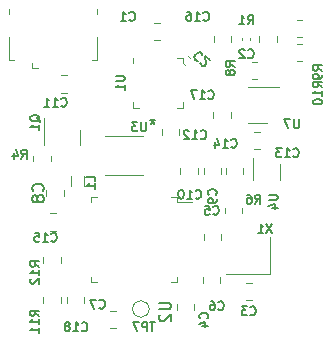
<source format=gbr>
%TF.GenerationSoftware,KiCad,Pcbnew,6.0.4-6f826c9f35~116~ubuntu20.04.1*%
%TF.CreationDate,2022-04-08T13:22:16+02:00*%
%TF.ProjectId,BACKUP_PROJECT,4241434b-5550-45f5-9052-4f4a4543542e,rev?*%
%TF.SameCoordinates,Original*%
%TF.FileFunction,Legend,Bot*%
%TF.FilePolarity,Positive*%
%FSLAX46Y46*%
G04 Gerber Fmt 4.6, Leading zero omitted, Abs format (unit mm)*
G04 Created by KiCad (PCBNEW 6.0.4-6f826c9f35~116~ubuntu20.04.1) date 2022-04-08 13:22:16*
%MOMM*%
%LPD*%
G01*
G04 APERTURE LIST*
%ADD10C,0.150000*%
%ADD11C,0.190500*%
%ADD12C,0.120000*%
G04 APERTURE END LIST*
D10*
%TO.C,C12*%
X145219057Y-77589742D02*
X145255342Y-77626028D01*
X145364200Y-77662314D01*
X145436771Y-77662314D01*
X145545628Y-77626028D01*
X145618200Y-77553457D01*
X145654485Y-77480885D01*
X145690771Y-77335742D01*
X145690771Y-77226885D01*
X145654485Y-77081742D01*
X145618200Y-77009171D01*
X145545628Y-76936600D01*
X145436771Y-76900314D01*
X145364200Y-76900314D01*
X145255342Y-76936600D01*
X145219057Y-76972885D01*
X144493342Y-77662314D02*
X144928771Y-77662314D01*
X144711057Y-77662314D02*
X144711057Y-76900314D01*
X144783628Y-77009171D01*
X144856200Y-77081742D01*
X144928771Y-77118028D01*
X144203057Y-76972885D02*
X144166771Y-76936600D01*
X144094200Y-76900314D01*
X143912771Y-76900314D01*
X143840200Y-76936600D01*
X143803914Y-76972885D01*
X143767628Y-77045457D01*
X143767628Y-77118028D01*
X143803914Y-77226885D01*
X144239342Y-77662314D01*
X143767628Y-77662314D01*
%TO.C,C7*%
X136652000Y-91940742D02*
X136688285Y-91977028D01*
X136797142Y-92013314D01*
X136869714Y-92013314D01*
X136978571Y-91977028D01*
X137051142Y-91904457D01*
X137087428Y-91831885D01*
X137123714Y-91686742D01*
X137123714Y-91577885D01*
X137087428Y-91432742D01*
X137051142Y-91360171D01*
X136978571Y-91287600D01*
X136869714Y-91251314D01*
X136797142Y-91251314D01*
X136688285Y-91287600D01*
X136652000Y-91323885D01*
X136398000Y-91251314D02*
X135890000Y-91251314D01*
X136216571Y-92013314D01*
%TO.C,U4*%
X150966714Y-82375828D02*
X151583571Y-82375828D01*
X151656142Y-82412114D01*
X151692428Y-82448400D01*
X151728714Y-82520971D01*
X151728714Y-82666114D01*
X151692428Y-82738685D01*
X151656142Y-82774971D01*
X151583571Y-82811257D01*
X150966714Y-82811257D01*
X151220714Y-83500685D02*
X151728714Y-83500685D01*
X150930428Y-83319257D02*
X151474714Y-83137828D01*
X151474714Y-83609542D01*
%TO.C,C2*%
X145365642Y-70550493D02*
X145361169Y-70499372D01*
X145301104Y-70401604D01*
X145245511Y-70354956D01*
X145138798Y-70312780D01*
X145036557Y-70321725D01*
X144962112Y-70353994D01*
X144841020Y-70441856D01*
X144771048Y-70525246D01*
X144705548Y-70659755D01*
X144686697Y-70738672D01*
X144695642Y-70840913D01*
X144755707Y-70938682D01*
X144811300Y-70985330D01*
X144918013Y-71027505D01*
X144969134Y-71023033D01*
X145191506Y-71209625D02*
X145195978Y-71260745D01*
X145228247Y-71335190D01*
X145367229Y-71451810D01*
X145446146Y-71470662D01*
X145497267Y-71466189D01*
X145571711Y-71433920D01*
X145618359Y-71378327D01*
X145660535Y-71271614D01*
X145606865Y-70658168D01*
X145968219Y-70961380D01*
%TO.C,C10*%
X144787257Y-82644342D02*
X144823542Y-82680628D01*
X144932400Y-82716914D01*
X145004971Y-82716914D01*
X145113828Y-82680628D01*
X145186400Y-82608057D01*
X145222685Y-82535485D01*
X145258971Y-82390342D01*
X145258971Y-82281485D01*
X145222685Y-82136342D01*
X145186400Y-82063771D01*
X145113828Y-81991200D01*
X145004971Y-81954914D01*
X144932400Y-81954914D01*
X144823542Y-81991200D01*
X144787257Y-82027485D01*
X144061542Y-82716914D02*
X144496971Y-82716914D01*
X144279257Y-82716914D02*
X144279257Y-81954914D01*
X144351828Y-82063771D01*
X144424400Y-82136342D01*
X144496971Y-82172628D01*
X143589828Y-81954914D02*
X143517257Y-81954914D01*
X143444685Y-81991200D01*
X143408400Y-82027485D01*
X143372114Y-82100057D01*
X143335828Y-82245200D01*
X143335828Y-82426628D01*
X143372114Y-82571771D01*
X143408400Y-82644342D01*
X143444685Y-82680628D01*
X143517257Y-82716914D01*
X143589828Y-82716914D01*
X143662400Y-82680628D01*
X143698685Y-82644342D01*
X143734971Y-82571771D01*
X143771257Y-82426628D01*
X143771257Y-82245200D01*
X143734971Y-82100057D01*
X143698685Y-82027485D01*
X143662400Y-81991200D01*
X143589828Y-81954914D01*
%TO.C,R9*%
X155487914Y-71856600D02*
X155125057Y-71602600D01*
X155487914Y-71421171D02*
X154725914Y-71421171D01*
X154725914Y-71711457D01*
X154762200Y-71784028D01*
X154798485Y-71820314D01*
X154871057Y-71856600D01*
X154979914Y-71856600D01*
X155052485Y-71820314D01*
X155088771Y-71784028D01*
X155125057Y-71711457D01*
X155125057Y-71421171D01*
X155487914Y-72219457D02*
X155487914Y-72364600D01*
X155451628Y-72437171D01*
X155415342Y-72473457D01*
X155306485Y-72546028D01*
X155161342Y-72582314D01*
X154871057Y-72582314D01*
X154798485Y-72546028D01*
X154762200Y-72509742D01*
X154725914Y-72437171D01*
X154725914Y-72292028D01*
X154762200Y-72219457D01*
X154798485Y-72183171D01*
X154871057Y-72146885D01*
X155052485Y-72146885D01*
X155125057Y-72183171D01*
X155161342Y-72219457D01*
X155197628Y-72292028D01*
X155197628Y-72437171D01*
X155161342Y-72509742D01*
X155125057Y-72546028D01*
X155052485Y-72582314D01*
%TO.C,C13*%
X153042257Y-79113742D02*
X153078542Y-79150028D01*
X153187400Y-79186314D01*
X153259971Y-79186314D01*
X153368828Y-79150028D01*
X153441400Y-79077457D01*
X153477685Y-79004885D01*
X153513971Y-78859742D01*
X153513971Y-78750885D01*
X153477685Y-78605742D01*
X153441400Y-78533171D01*
X153368828Y-78460600D01*
X153259971Y-78424314D01*
X153187400Y-78424314D01*
X153078542Y-78460600D01*
X153042257Y-78496885D01*
X152316542Y-79186314D02*
X152751971Y-79186314D01*
X152534257Y-79186314D02*
X152534257Y-78424314D01*
X152606828Y-78533171D01*
X152679400Y-78605742D01*
X152751971Y-78642028D01*
X152062542Y-78424314D02*
X151590828Y-78424314D01*
X151844828Y-78714600D01*
X151735971Y-78714600D01*
X151663400Y-78750885D01*
X151627114Y-78787171D01*
X151590828Y-78859742D01*
X151590828Y-79041171D01*
X151627114Y-79113742D01*
X151663400Y-79150028D01*
X151735971Y-79186314D01*
X151953685Y-79186314D01*
X152026257Y-79150028D01*
X152062542Y-79113742D01*
%TO.C,C6*%
X146710400Y-92067742D02*
X146746685Y-92104028D01*
X146855542Y-92140314D01*
X146928114Y-92140314D01*
X147036971Y-92104028D01*
X147109542Y-92031457D01*
X147145828Y-91958885D01*
X147182114Y-91813742D01*
X147182114Y-91704885D01*
X147145828Y-91559742D01*
X147109542Y-91487171D01*
X147036971Y-91414600D01*
X146928114Y-91378314D01*
X146855542Y-91378314D01*
X146746685Y-91414600D01*
X146710400Y-91450885D01*
X146057257Y-91378314D02*
X146202400Y-91378314D01*
X146274971Y-91414600D01*
X146311257Y-91450885D01*
X146383828Y-91559742D01*
X146420114Y-91704885D01*
X146420114Y-91995171D01*
X146383828Y-92067742D01*
X146347542Y-92104028D01*
X146274971Y-92140314D01*
X146129828Y-92140314D01*
X146057257Y-92104028D01*
X146020971Y-92067742D01*
X145984685Y-91995171D01*
X145984685Y-91813742D01*
X146020971Y-91741171D01*
X146057257Y-91704885D01*
X146129828Y-91668600D01*
X146274971Y-91668600D01*
X146347542Y-91704885D01*
X146383828Y-91741171D01*
X146420114Y-91813742D01*
%TO.C,U1*%
X138012714Y-72292028D02*
X138629571Y-72292028D01*
X138702142Y-72328314D01*
X138738428Y-72364600D01*
X138774714Y-72437171D01*
X138774714Y-72582314D01*
X138738428Y-72654885D01*
X138702142Y-72691171D01*
X138629571Y-72727457D01*
X138012714Y-72727457D01*
X138774714Y-73489457D02*
X138774714Y-73054028D01*
X138774714Y-73271742D02*
X138012714Y-73271742D01*
X138121571Y-73199171D01*
X138194142Y-73126600D01*
X138230428Y-73054028D01*
%TO.C,X1*%
X151264257Y-84850514D02*
X150756257Y-85612514D01*
X150756257Y-84850514D02*
X151264257Y-85612514D01*
X150066828Y-85612514D02*
X150502257Y-85612514D01*
X150284542Y-85612514D02*
X150284542Y-84850514D01*
X150357114Y-84959371D01*
X150429685Y-85031942D01*
X150502257Y-85068228D01*
%TO.C,R11*%
X131535714Y-92626542D02*
X131172857Y-92372542D01*
X131535714Y-92191114D02*
X130773714Y-92191114D01*
X130773714Y-92481400D01*
X130810000Y-92553971D01*
X130846285Y-92590257D01*
X130918857Y-92626542D01*
X131027714Y-92626542D01*
X131100285Y-92590257D01*
X131136571Y-92553971D01*
X131172857Y-92481400D01*
X131172857Y-92191114D01*
X131535714Y-93352257D02*
X131535714Y-92916828D01*
X131535714Y-93134542D02*
X130773714Y-93134542D01*
X130882571Y-93061971D01*
X130955142Y-92989400D01*
X130991428Y-92916828D01*
X131535714Y-94077971D02*
X131535714Y-93642542D01*
X131535714Y-93860257D02*
X130773714Y-93860257D01*
X130882571Y-93787685D01*
X130955142Y-93715114D01*
X130991428Y-93642542D01*
%TO.C,R12*%
X131561114Y-88460942D02*
X131198257Y-88206942D01*
X131561114Y-88025514D02*
X130799114Y-88025514D01*
X130799114Y-88315800D01*
X130835400Y-88388371D01*
X130871685Y-88424657D01*
X130944257Y-88460942D01*
X131053114Y-88460942D01*
X131125685Y-88424657D01*
X131161971Y-88388371D01*
X131198257Y-88315800D01*
X131198257Y-88025514D01*
X131561114Y-89186657D02*
X131561114Y-88751228D01*
X131561114Y-88968942D02*
X130799114Y-88968942D01*
X130907971Y-88896371D01*
X130980542Y-88823800D01*
X131016828Y-88751228D01*
X130871685Y-89476942D02*
X130835400Y-89513228D01*
X130799114Y-89585800D01*
X130799114Y-89767228D01*
X130835400Y-89839800D01*
X130871685Y-89876085D01*
X130944257Y-89912371D01*
X131016828Y-89912371D01*
X131125685Y-89876085D01*
X131561114Y-89440657D01*
X131561114Y-89912371D01*
%TO.C,TP7*%
X141347371Y-93181714D02*
X140911942Y-93181714D01*
X141129657Y-93943714D02*
X141129657Y-93181714D01*
X140657942Y-93943714D02*
X140657942Y-93181714D01*
X140367657Y-93181714D01*
X140295085Y-93218000D01*
X140258800Y-93254285D01*
X140222514Y-93326857D01*
X140222514Y-93435714D01*
X140258800Y-93508285D01*
X140295085Y-93544571D01*
X140367657Y-93580857D01*
X140657942Y-93580857D01*
X139968514Y-93181714D02*
X139460514Y-93181714D01*
X139787085Y-93943714D01*
%TO.C,U2*%
X141692380Y-91516295D02*
X142501904Y-91516295D01*
X142597142Y-91563914D01*
X142644761Y-91611533D01*
X142692380Y-91706771D01*
X142692380Y-91897247D01*
X142644761Y-91992485D01*
X142597142Y-92040104D01*
X142501904Y-92087723D01*
X141692380Y-92087723D01*
X141787619Y-92516295D02*
X141740000Y-92563914D01*
X141692380Y-92659152D01*
X141692380Y-92897247D01*
X141740000Y-92992485D01*
X141787619Y-93040104D01*
X141882857Y-93087723D01*
X141978095Y-93087723D01*
X142120952Y-93040104D01*
X142692380Y-92468676D01*
X142692380Y-93087723D01*
D11*
%TO.C,C18*%
X135160657Y-93845742D02*
X135196942Y-93882028D01*
X135305800Y-93918314D01*
X135378371Y-93918314D01*
X135487228Y-93882028D01*
X135559800Y-93809457D01*
X135596085Y-93736885D01*
X135632371Y-93591742D01*
X135632371Y-93482885D01*
X135596085Y-93337742D01*
X135559800Y-93265171D01*
X135487228Y-93192600D01*
X135378371Y-93156314D01*
X135305800Y-93156314D01*
X135196942Y-93192600D01*
X135160657Y-93228885D01*
X134434942Y-93918314D02*
X134870371Y-93918314D01*
X134652657Y-93918314D02*
X134652657Y-93156314D01*
X134725228Y-93265171D01*
X134797800Y-93337742D01*
X134870371Y-93374028D01*
X133999514Y-93482885D02*
X134072085Y-93446600D01*
X134108371Y-93410314D01*
X134144657Y-93337742D01*
X134144657Y-93301457D01*
X134108371Y-93228885D01*
X134072085Y-93192600D01*
X133999514Y-93156314D01*
X133854371Y-93156314D01*
X133781800Y-93192600D01*
X133745514Y-93228885D01*
X133709228Y-93301457D01*
X133709228Y-93337742D01*
X133745514Y-93410314D01*
X133781800Y-93446600D01*
X133854371Y-93482885D01*
X133999514Y-93482885D01*
X134072085Y-93519171D01*
X134108371Y-93555457D01*
X134144657Y-93628028D01*
X134144657Y-93773171D01*
X134108371Y-93845742D01*
X134072085Y-93882028D01*
X133999514Y-93918314D01*
X133854371Y-93918314D01*
X133781800Y-93882028D01*
X133745514Y-93845742D01*
X133709228Y-93773171D01*
X133709228Y-93628028D01*
X133745514Y-93555457D01*
X133781800Y-93519171D01*
X133854371Y-93482885D01*
D10*
%TO.C,R6*%
X149834600Y-83123314D02*
X150088600Y-82760457D01*
X150270028Y-83123314D02*
X150270028Y-82361314D01*
X149979742Y-82361314D01*
X149907171Y-82397600D01*
X149870885Y-82433885D01*
X149834600Y-82506457D01*
X149834600Y-82615314D01*
X149870885Y-82687885D01*
X149907171Y-82724171D01*
X149979742Y-82760457D01*
X150270028Y-82760457D01*
X149181457Y-82361314D02*
X149326600Y-82361314D01*
X149399171Y-82397600D01*
X149435457Y-82433885D01*
X149508028Y-82542742D01*
X149544314Y-82687885D01*
X149544314Y-82978171D01*
X149508028Y-83050742D01*
X149471742Y-83087028D01*
X149399171Y-83123314D01*
X149254028Y-83123314D01*
X149181457Y-83087028D01*
X149145171Y-83050742D01*
X149108885Y-82978171D01*
X149108885Y-82796742D01*
X149145171Y-82724171D01*
X149181457Y-82687885D01*
X149254028Y-82651600D01*
X149399171Y-82651600D01*
X149471742Y-82687885D01*
X149508028Y-82724171D01*
X149544314Y-82796742D01*
%TO.C,C2*%
X149225000Y-70731742D02*
X149261285Y-70768028D01*
X149370142Y-70804314D01*
X149442714Y-70804314D01*
X149551571Y-70768028D01*
X149624142Y-70695457D01*
X149660428Y-70622885D01*
X149696714Y-70477742D01*
X149696714Y-70368885D01*
X149660428Y-70223742D01*
X149624142Y-70151171D01*
X149551571Y-70078600D01*
X149442714Y-70042314D01*
X149370142Y-70042314D01*
X149261285Y-70078600D01*
X149225000Y-70114885D01*
X148934714Y-70114885D02*
X148898428Y-70078600D01*
X148825857Y-70042314D01*
X148644428Y-70042314D01*
X148571857Y-70078600D01*
X148535571Y-70114885D01*
X148499285Y-70187457D01*
X148499285Y-70260028D01*
X148535571Y-70368885D01*
X148971000Y-70804314D01*
X148499285Y-70804314D01*
%TO.C,C8*%
X131852942Y-82053133D02*
X131900561Y-82005514D01*
X131948180Y-81862657D01*
X131948180Y-81767419D01*
X131900561Y-81624561D01*
X131805323Y-81529323D01*
X131710085Y-81481704D01*
X131519609Y-81434085D01*
X131376752Y-81434085D01*
X131186276Y-81481704D01*
X131091038Y-81529323D01*
X130995800Y-81624561D01*
X130948180Y-81767419D01*
X130948180Y-81862657D01*
X130995800Y-82005514D01*
X131043419Y-82053133D01*
X131376752Y-82624561D02*
X131329133Y-82529323D01*
X131281514Y-82481704D01*
X131186276Y-82434085D01*
X131138657Y-82434085D01*
X131043419Y-82481704D01*
X130995800Y-82529323D01*
X130948180Y-82624561D01*
X130948180Y-82815038D01*
X130995800Y-82910276D01*
X131043419Y-82957895D01*
X131138657Y-83005514D01*
X131186276Y-83005514D01*
X131281514Y-82957895D01*
X131329133Y-82910276D01*
X131376752Y-82815038D01*
X131376752Y-82624561D01*
X131424371Y-82529323D01*
X131471990Y-82481704D01*
X131567228Y-82434085D01*
X131757704Y-82434085D01*
X131852942Y-82481704D01*
X131900561Y-82529323D01*
X131948180Y-82624561D01*
X131948180Y-82815038D01*
X131900561Y-82910276D01*
X131852942Y-82957895D01*
X131757704Y-83005514D01*
X131567228Y-83005514D01*
X131471990Y-82957895D01*
X131424371Y-82910276D01*
X131376752Y-82815038D01*
%TO.C,C4*%
X145788742Y-92837000D02*
X145825028Y-92800714D01*
X145861314Y-92691857D01*
X145861314Y-92619285D01*
X145825028Y-92510428D01*
X145752457Y-92437857D01*
X145679885Y-92401571D01*
X145534742Y-92365285D01*
X145425885Y-92365285D01*
X145280742Y-92401571D01*
X145208171Y-92437857D01*
X145135600Y-92510428D01*
X145099314Y-92619285D01*
X145099314Y-92691857D01*
X145135600Y-92800714D01*
X145171885Y-92837000D01*
X145353314Y-93490142D02*
X145861314Y-93490142D01*
X145063028Y-93308714D02*
X145607314Y-93127285D01*
X145607314Y-93599000D01*
%TO.C,C3*%
X149402800Y-92524942D02*
X149439085Y-92561228D01*
X149547942Y-92597514D01*
X149620514Y-92597514D01*
X149729371Y-92561228D01*
X149801942Y-92488657D01*
X149838228Y-92416085D01*
X149874514Y-92270942D01*
X149874514Y-92162085D01*
X149838228Y-92016942D01*
X149801942Y-91944371D01*
X149729371Y-91871800D01*
X149620514Y-91835514D01*
X149547942Y-91835514D01*
X149439085Y-91871800D01*
X149402800Y-91908085D01*
X149148800Y-91835514D02*
X148677085Y-91835514D01*
X148931085Y-92125800D01*
X148822228Y-92125800D01*
X148749657Y-92162085D01*
X148713371Y-92198371D01*
X148677085Y-92270942D01*
X148677085Y-92452371D01*
X148713371Y-92524942D01*
X148749657Y-92561228D01*
X148822228Y-92597514D01*
X149039942Y-92597514D01*
X149112514Y-92561228D01*
X149148800Y-92524942D01*
%TO.C,C17*%
X145854057Y-74211542D02*
X145890342Y-74247828D01*
X145999200Y-74284114D01*
X146071771Y-74284114D01*
X146180628Y-74247828D01*
X146253200Y-74175257D01*
X146289485Y-74102685D01*
X146325771Y-73957542D01*
X146325771Y-73848685D01*
X146289485Y-73703542D01*
X146253200Y-73630971D01*
X146180628Y-73558400D01*
X146071771Y-73522114D01*
X145999200Y-73522114D01*
X145890342Y-73558400D01*
X145854057Y-73594685D01*
X145128342Y-74284114D02*
X145563771Y-74284114D01*
X145346057Y-74284114D02*
X145346057Y-73522114D01*
X145418628Y-73630971D01*
X145491200Y-73703542D01*
X145563771Y-73739828D01*
X144874342Y-73522114D02*
X144366342Y-73522114D01*
X144692914Y-74284114D01*
%TO.C,R10*%
X155487914Y-73271742D02*
X155125057Y-73017742D01*
X155487914Y-72836314D02*
X154725914Y-72836314D01*
X154725914Y-73126600D01*
X154762200Y-73199171D01*
X154798485Y-73235457D01*
X154871057Y-73271742D01*
X154979914Y-73271742D01*
X155052485Y-73235457D01*
X155088771Y-73199171D01*
X155125057Y-73126600D01*
X155125057Y-72836314D01*
X155487914Y-73997457D02*
X155487914Y-73562028D01*
X155487914Y-73779742D02*
X154725914Y-73779742D01*
X154834771Y-73707171D01*
X154907342Y-73634600D01*
X154943628Y-73562028D01*
X154725914Y-74469171D02*
X154725914Y-74541742D01*
X154762200Y-74614314D01*
X154798485Y-74650600D01*
X154871057Y-74686885D01*
X155016200Y-74723171D01*
X155197628Y-74723171D01*
X155342771Y-74686885D01*
X155415342Y-74650600D01*
X155451628Y-74614314D01*
X155487914Y-74541742D01*
X155487914Y-74469171D01*
X155451628Y-74396600D01*
X155415342Y-74360314D01*
X155342771Y-74324028D01*
X155197628Y-74287742D01*
X155016200Y-74287742D01*
X154871057Y-74324028D01*
X154798485Y-74360314D01*
X154762200Y-74396600D01*
X154725914Y-74469171D01*
%TO.C,C5*%
X146278600Y-83990542D02*
X146314885Y-84026828D01*
X146423742Y-84063114D01*
X146496314Y-84063114D01*
X146605171Y-84026828D01*
X146677742Y-83954257D01*
X146714028Y-83881685D01*
X146750314Y-83736542D01*
X146750314Y-83627685D01*
X146714028Y-83482542D01*
X146677742Y-83409971D01*
X146605171Y-83337400D01*
X146496314Y-83301114D01*
X146423742Y-83301114D01*
X146314885Y-83337400D01*
X146278600Y-83373685D01*
X145589171Y-83301114D02*
X145952028Y-83301114D01*
X145988314Y-83663971D01*
X145952028Y-83627685D01*
X145879457Y-83591400D01*
X145698028Y-83591400D01*
X145625457Y-83627685D01*
X145589171Y-83663971D01*
X145552885Y-83736542D01*
X145552885Y-83917971D01*
X145589171Y-83990542D01*
X145625457Y-84026828D01*
X145698028Y-84063114D01*
X145879457Y-84063114D01*
X145952028Y-84026828D01*
X145988314Y-83990542D01*
%TO.C,C15*%
X132569857Y-86276542D02*
X132606142Y-86312828D01*
X132715000Y-86349114D01*
X132787571Y-86349114D01*
X132896428Y-86312828D01*
X132969000Y-86240257D01*
X133005285Y-86167685D01*
X133041571Y-86022542D01*
X133041571Y-85913685D01*
X133005285Y-85768542D01*
X132969000Y-85695971D01*
X132896428Y-85623400D01*
X132787571Y-85587114D01*
X132715000Y-85587114D01*
X132606142Y-85623400D01*
X132569857Y-85659685D01*
X131844142Y-86349114D02*
X132279571Y-86349114D01*
X132061857Y-86349114D02*
X132061857Y-85587114D01*
X132134428Y-85695971D01*
X132207000Y-85768542D01*
X132279571Y-85804828D01*
X131154714Y-85587114D02*
X131517571Y-85587114D01*
X131553857Y-85949971D01*
X131517571Y-85913685D01*
X131445000Y-85877400D01*
X131263571Y-85877400D01*
X131191000Y-85913685D01*
X131154714Y-85949971D01*
X131118428Y-86022542D01*
X131118428Y-86203971D01*
X131154714Y-86276542D01*
X131191000Y-86312828D01*
X131263571Y-86349114D01*
X131445000Y-86349114D01*
X131517571Y-86312828D01*
X131553857Y-86276542D01*
%TO.C,L1*%
X136310914Y-81203800D02*
X136310914Y-80840942D01*
X135548914Y-80840942D01*
X136310914Y-81856942D02*
X136310914Y-81421514D01*
X136310914Y-81639228D02*
X135548914Y-81639228D01*
X135657771Y-81566657D01*
X135730342Y-81494085D01*
X135766628Y-81421514D01*
%TO.C,R8*%
X148096514Y-71526400D02*
X147733657Y-71272400D01*
X148096514Y-71090971D02*
X147334514Y-71090971D01*
X147334514Y-71381257D01*
X147370800Y-71453828D01*
X147407085Y-71490114D01*
X147479657Y-71526400D01*
X147588514Y-71526400D01*
X147661085Y-71490114D01*
X147697371Y-71453828D01*
X147733657Y-71381257D01*
X147733657Y-71090971D01*
X147661085Y-71961828D02*
X147624800Y-71889257D01*
X147588514Y-71852971D01*
X147515942Y-71816685D01*
X147479657Y-71816685D01*
X147407085Y-71852971D01*
X147370800Y-71889257D01*
X147334514Y-71961828D01*
X147334514Y-72106971D01*
X147370800Y-72179542D01*
X147407085Y-72215828D01*
X147479657Y-72252114D01*
X147515942Y-72252114D01*
X147588514Y-72215828D01*
X147624800Y-72179542D01*
X147661085Y-72106971D01*
X147661085Y-71961828D01*
X147697371Y-71889257D01*
X147733657Y-71852971D01*
X147806228Y-71816685D01*
X147951371Y-71816685D01*
X148023942Y-71852971D01*
X148060228Y-71889257D01*
X148096514Y-71961828D01*
X148096514Y-72106971D01*
X148060228Y-72179542D01*
X148023942Y-72215828D01*
X147951371Y-72252114D01*
X147806228Y-72252114D01*
X147733657Y-72215828D01*
X147697371Y-72179542D01*
X147661085Y-72106971D01*
%TO.C,C9*%
X146499942Y-82372200D02*
X146536228Y-82335914D01*
X146572514Y-82227057D01*
X146572514Y-82154485D01*
X146536228Y-82045628D01*
X146463657Y-81973057D01*
X146391085Y-81936771D01*
X146245942Y-81900485D01*
X146137085Y-81900485D01*
X145991942Y-81936771D01*
X145919371Y-81973057D01*
X145846800Y-82045628D01*
X145810514Y-82154485D01*
X145810514Y-82227057D01*
X145846800Y-82335914D01*
X145883085Y-82372200D01*
X146572514Y-82735057D02*
X146572514Y-82880200D01*
X146536228Y-82952771D01*
X146499942Y-82989057D01*
X146391085Y-83061628D01*
X146245942Y-83097914D01*
X145955657Y-83097914D01*
X145883085Y-83061628D01*
X145846800Y-83025342D01*
X145810514Y-82952771D01*
X145810514Y-82807628D01*
X145846800Y-82735057D01*
X145883085Y-82698771D01*
X145955657Y-82662485D01*
X146137085Y-82662485D01*
X146209657Y-82698771D01*
X146245942Y-82735057D01*
X146282228Y-82807628D01*
X146282228Y-82952771D01*
X146245942Y-83025342D01*
X146209657Y-83061628D01*
X146137085Y-83097914D01*
%TO.C,R4*%
X130048000Y-79313314D02*
X130302000Y-78950457D01*
X130483428Y-79313314D02*
X130483428Y-78551314D01*
X130193142Y-78551314D01*
X130120571Y-78587600D01*
X130084285Y-78623885D01*
X130048000Y-78696457D01*
X130048000Y-78805314D01*
X130084285Y-78877885D01*
X130120571Y-78914171D01*
X130193142Y-78950457D01*
X130483428Y-78950457D01*
X129394857Y-78805314D02*
X129394857Y-79313314D01*
X129576285Y-78515028D02*
X129757714Y-79059314D01*
X129286000Y-79059314D01*
%TO.C,C14*%
X147809857Y-78326342D02*
X147846142Y-78362628D01*
X147955000Y-78398914D01*
X148027571Y-78398914D01*
X148136428Y-78362628D01*
X148209000Y-78290057D01*
X148245285Y-78217485D01*
X148281571Y-78072342D01*
X148281571Y-77963485D01*
X148245285Y-77818342D01*
X148209000Y-77745771D01*
X148136428Y-77673200D01*
X148027571Y-77636914D01*
X147955000Y-77636914D01*
X147846142Y-77673200D01*
X147809857Y-77709485D01*
X147084142Y-78398914D02*
X147519571Y-78398914D01*
X147301857Y-78398914D02*
X147301857Y-77636914D01*
X147374428Y-77745771D01*
X147447000Y-77818342D01*
X147519571Y-77854628D01*
X146431000Y-77890914D02*
X146431000Y-78398914D01*
X146612428Y-77600628D02*
X146793857Y-78144914D01*
X146322142Y-78144914D01*
%TO.C,U3*%
X140585371Y-76239914D02*
X140585371Y-76856771D01*
X140549085Y-76929342D01*
X140512800Y-76965628D01*
X140440228Y-77001914D01*
X140295085Y-77001914D01*
X140222514Y-76965628D01*
X140186228Y-76929342D01*
X140149942Y-76856771D01*
X140149942Y-76239914D01*
X139859657Y-76239914D02*
X139387942Y-76239914D01*
X139641942Y-76530200D01*
X139533085Y-76530200D01*
X139460514Y-76566485D01*
X139424228Y-76602771D01*
X139387942Y-76675342D01*
X139387942Y-76856771D01*
X139424228Y-76929342D01*
X139460514Y-76965628D01*
X139533085Y-77001914D01*
X139750800Y-77001914D01*
X139823371Y-76965628D01*
X139859657Y-76929342D01*
X141140900Y-75921980D02*
X141140900Y-76160076D01*
X141378995Y-76064838D02*
X141140900Y-76160076D01*
X140902804Y-76064838D01*
X141283757Y-76350552D02*
X141140900Y-76160076D01*
X140998042Y-76350552D01*
X141140900Y-75921980D02*
X141140900Y-76160076D01*
X141378995Y-76064838D02*
X141140900Y-76160076D01*
X140902804Y-76064838D01*
X141283757Y-76350552D02*
X141140900Y-76160076D01*
X140998042Y-76350552D01*
%TO.C,C1*%
X139192000Y-67582142D02*
X139228285Y-67618428D01*
X139337142Y-67654714D01*
X139409714Y-67654714D01*
X139518571Y-67618428D01*
X139591142Y-67545857D01*
X139627428Y-67473285D01*
X139663714Y-67328142D01*
X139663714Y-67219285D01*
X139627428Y-67074142D01*
X139591142Y-67001571D01*
X139518571Y-66929000D01*
X139409714Y-66892714D01*
X139337142Y-66892714D01*
X139228285Y-66929000D01*
X139192000Y-66965285D01*
X138466285Y-67654714D02*
X138901714Y-67654714D01*
X138684000Y-67654714D02*
X138684000Y-66892714D01*
X138756571Y-67001571D01*
X138829142Y-67074142D01*
X138901714Y-67110428D01*
%TO.C,U7*%
X153539371Y-75985914D02*
X153539371Y-76602771D01*
X153503085Y-76675342D01*
X153466800Y-76711628D01*
X153394228Y-76747914D01*
X153249085Y-76747914D01*
X153176514Y-76711628D01*
X153140228Y-76675342D01*
X153103942Y-76602771D01*
X153103942Y-75985914D01*
X152813657Y-75985914D02*
X152305657Y-75985914D01*
X152632228Y-76747914D01*
%TO.C,Q1*%
X131633685Y-76178228D02*
X131597400Y-76105657D01*
X131524828Y-76033085D01*
X131415971Y-75924228D01*
X131379685Y-75851657D01*
X131379685Y-75779085D01*
X131561114Y-75815371D02*
X131524828Y-75742800D01*
X131452257Y-75670228D01*
X131307114Y-75633942D01*
X131053114Y-75633942D01*
X130907971Y-75670228D01*
X130835400Y-75742800D01*
X130799114Y-75815371D01*
X130799114Y-75960514D01*
X130835400Y-76033085D01*
X130907971Y-76105657D01*
X131053114Y-76141942D01*
X131307114Y-76141942D01*
X131452257Y-76105657D01*
X131524828Y-76033085D01*
X131561114Y-75960514D01*
X131561114Y-75815371D01*
X131561114Y-76867657D02*
X131561114Y-76432228D01*
X131561114Y-76649942D02*
X130799114Y-76649942D01*
X130907971Y-76577371D01*
X130980542Y-76504800D01*
X131016828Y-76432228D01*
%TO.C,C16*%
X145447657Y-67582142D02*
X145483942Y-67618428D01*
X145592800Y-67654714D01*
X145665371Y-67654714D01*
X145774228Y-67618428D01*
X145846800Y-67545857D01*
X145883085Y-67473285D01*
X145919371Y-67328142D01*
X145919371Y-67219285D01*
X145883085Y-67074142D01*
X145846800Y-67001571D01*
X145774228Y-66929000D01*
X145665371Y-66892714D01*
X145592800Y-66892714D01*
X145483942Y-66929000D01*
X145447657Y-66965285D01*
X144721942Y-67654714D02*
X145157371Y-67654714D01*
X144939657Y-67654714D02*
X144939657Y-66892714D01*
X145012228Y-67001571D01*
X145084800Y-67074142D01*
X145157371Y-67110428D01*
X144068800Y-66892714D02*
X144213942Y-66892714D01*
X144286514Y-66929000D01*
X144322800Y-66965285D01*
X144395371Y-67074142D01*
X144431657Y-67219285D01*
X144431657Y-67509571D01*
X144395371Y-67582142D01*
X144359085Y-67618428D01*
X144286514Y-67654714D01*
X144141371Y-67654714D01*
X144068800Y-67618428D01*
X144032514Y-67582142D01*
X143996228Y-67509571D01*
X143996228Y-67328142D01*
X144032514Y-67255571D01*
X144068800Y-67219285D01*
X144141371Y-67183000D01*
X144286514Y-67183000D01*
X144359085Y-67219285D01*
X144395371Y-67255571D01*
X144431657Y-67328142D01*
%TO.C,R1*%
X149199600Y-67959514D02*
X149453600Y-67596657D01*
X149635028Y-67959514D02*
X149635028Y-67197514D01*
X149344742Y-67197514D01*
X149272171Y-67233800D01*
X149235885Y-67270085D01*
X149199600Y-67342657D01*
X149199600Y-67451514D01*
X149235885Y-67524085D01*
X149272171Y-67560371D01*
X149344742Y-67596657D01*
X149635028Y-67596657D01*
X148473885Y-67959514D02*
X148909314Y-67959514D01*
X148691600Y-67959514D02*
X148691600Y-67197514D01*
X148764171Y-67306371D01*
X148836742Y-67378942D01*
X148909314Y-67415228D01*
%TO.C,C11*%
X133408057Y-74846542D02*
X133444342Y-74882828D01*
X133553200Y-74919114D01*
X133625771Y-74919114D01*
X133734628Y-74882828D01*
X133807200Y-74810257D01*
X133843485Y-74737685D01*
X133879771Y-74592542D01*
X133879771Y-74483685D01*
X133843485Y-74338542D01*
X133807200Y-74265971D01*
X133734628Y-74193400D01*
X133625771Y-74157114D01*
X133553200Y-74157114D01*
X133444342Y-74193400D01*
X133408057Y-74229685D01*
X132682342Y-74919114D02*
X133117771Y-74919114D01*
X132900057Y-74919114D02*
X132900057Y-74157114D01*
X132972628Y-74265971D01*
X133045200Y-74338542D01*
X133117771Y-74374828D01*
X131956628Y-74919114D02*
X132392057Y-74919114D01*
X132174342Y-74919114D02*
X132174342Y-74157114D01*
X132246914Y-74265971D01*
X132319485Y-74338542D01*
X132392057Y-74374828D01*
D12*
%TO.C,C12*%
X143381400Y-77302052D02*
X143381400Y-76779548D01*
X141911400Y-77302052D02*
X141911400Y-76779548D01*
%TO.C,C7*%
X137508348Y-93648200D02*
X138030852Y-93648200D01*
X137508348Y-92178200D02*
X138030852Y-92178200D01*
%TO.C,U4*%
X149614400Y-81152000D02*
X149614400Y-79252000D01*
X151934400Y-79752000D02*
X151934400Y-81152000D01*
%TO.C,C2*%
X144332011Y-70808202D02*
X144166796Y-70669570D01*
X143869204Y-71359754D02*
X143703989Y-71221122D01*
%TO.C,C10*%
X143486200Y-80626852D02*
X143486200Y-80104348D01*
X144956200Y-80626852D02*
X144956200Y-80104348D01*
%TO.C,R9*%
X153341336Y-67540200D02*
X153795464Y-67540200D01*
X153341336Y-69010200D02*
X153795464Y-69010200D01*
%TO.C,C13*%
X149751148Y-78509800D02*
X150273652Y-78509800D01*
X149751148Y-77039800D02*
X150273652Y-77039800D01*
%TO.C,C6*%
X146886600Y-89349948D02*
X146886600Y-89872452D01*
X145416600Y-89349948D02*
X145416600Y-89872452D01*
%TO.C,U1*%
X143700000Y-70773000D02*
X143225000Y-70773000D01*
X139480000Y-74993000D02*
X139955000Y-74993000D01*
X139480000Y-74518000D02*
X139480000Y-74993000D01*
X143700000Y-71248000D02*
X143700000Y-70773000D01*
X139480000Y-71248000D02*
X139480000Y-70773000D01*
X143700000Y-74518000D02*
X143700000Y-74993000D01*
X143700000Y-74993000D02*
X143225000Y-74993000D01*
%TO.C,X1*%
X151125000Y-89078000D02*
X147325000Y-89078000D01*
X151125000Y-85928000D02*
X151125000Y-89078000D01*
%TO.C,R11*%
X133373800Y-91060536D02*
X133373800Y-91514664D01*
X131903800Y-91060536D02*
X131903800Y-91514664D01*
%TO.C,R12*%
X131903800Y-88112964D02*
X131903800Y-87658836D01*
X133373800Y-88112964D02*
X133373800Y-87658836D01*
%TO.C,TP7*%
X140857200Y-92049600D02*
G75*
G03*
X140857200Y-92049600I-700000J0D01*
G01*
%TO.C,U2*%
X142733000Y-82546800D02*
X143183000Y-82546800D01*
X136413000Y-82546800D02*
X135963000Y-82546800D01*
X143183000Y-82546800D02*
X143183000Y-82996800D01*
X135963000Y-89766800D02*
X135963000Y-89316800D01*
X143183000Y-82996800D02*
X144473000Y-82996800D01*
X143183000Y-89766800D02*
X143183000Y-89316800D01*
X135963000Y-82546800D02*
X135963000Y-82996800D01*
X142733000Y-89766800D02*
X143183000Y-89766800D01*
X136413000Y-89766800D02*
X135963000Y-89766800D01*
%TO.C,C18*%
X135355000Y-90990748D02*
X135355000Y-91513252D01*
X133885000Y-90990748D02*
X133885000Y-91513252D01*
%TO.C,R6*%
X147245400Y-83491336D02*
X147245400Y-83945464D01*
X148715400Y-83491336D02*
X148715400Y-83945464D01*
%TO.C,C2*%
X149407200Y-69081764D02*
X149407200Y-69297436D01*
X148687200Y-69081764D02*
X148687200Y-69297436D01*
%TO.C,C8*%
X133627800Y-82521652D02*
X133627800Y-81999148D01*
X132157800Y-82521652D02*
X132157800Y-81999148D01*
%TO.C,C4*%
X144651400Y-91635948D02*
X144651400Y-92158452D01*
X143181400Y-91635948D02*
X143181400Y-92158452D01*
%TO.C,C3*%
X149552252Y-91286000D02*
X149029748Y-91286000D01*
X149552252Y-89816000D02*
X149029748Y-89816000D01*
%TO.C,C17*%
X147750200Y-75379948D02*
X147750200Y-75902452D01*
X146280200Y-75379948D02*
X146280200Y-75902452D01*
%TO.C,R10*%
X153795464Y-69572200D02*
X153341336Y-69572200D01*
X153795464Y-71042200D02*
X153341336Y-71042200D01*
%TO.C,C5*%
X145492800Y-86179252D02*
X145492800Y-85656748D01*
X146962800Y-86179252D02*
X146962800Y-85656748D01*
%TO.C,C15*%
X132966052Y-83948600D02*
X132443548Y-83948600D01*
X132966052Y-85418600D02*
X132443548Y-85418600D01*
%TO.C,L1*%
X134212400Y-81628822D02*
X134212400Y-80829578D01*
X135332400Y-81628822D02*
X135332400Y-80829578D01*
%TO.C,R8*%
X149531336Y-72617000D02*
X149985464Y-72617000D01*
X149531336Y-71147000D02*
X149985464Y-71147000D01*
%TO.C,C9*%
X145467400Y-80591252D02*
X145467400Y-80068748D01*
X146937400Y-80591252D02*
X146937400Y-80068748D01*
%TO.C,J3*%
X128955000Y-71002000D02*
X129375000Y-71002000D01*
X128955000Y-69022000D02*
X128955000Y-71002000D01*
X131405000Y-71682000D02*
X130955000Y-71682000D01*
X130955000Y-71232000D02*
X130955000Y-71682000D01*
X136475000Y-71002000D02*
X136055000Y-71002000D01*
X128955000Y-66652000D02*
X128955000Y-67052000D01*
X136475000Y-67052000D02*
X136475000Y-66652000D01*
X136475000Y-69022000D02*
X136475000Y-71002000D01*
%TO.C,R4*%
X131040200Y-79071736D02*
X131040200Y-79525864D01*
X132510200Y-79071736D02*
X132510200Y-79525864D01*
%TO.C,C14*%
X148817000Y-80611652D02*
X148817000Y-80089148D01*
X147347000Y-80611652D02*
X147347000Y-80089148D01*
%TO.C,U3*%
X137109200Y-77419200D02*
X140360400Y-77419200D01*
X140360400Y-80670400D02*
X137109200Y-80670400D01*
%TO.C,C1*%
X141790052Y-67845000D02*
X141267548Y-67845000D01*
X141790052Y-69315000D02*
X141267548Y-69315000D01*
%TO.C,U7*%
X150063200Y-73217600D02*
X149263200Y-73217600D01*
X150063200Y-76337600D02*
X150863200Y-76337600D01*
X150063200Y-73217600D02*
X151863200Y-73217600D01*
X150063200Y-76337600D02*
X149263200Y-76337600D01*
%TO.C,Q1*%
X135037000Y-77520800D02*
X135037000Y-76870800D01*
X131917000Y-77520800D02*
X131917000Y-78170800D01*
X135037000Y-77520800D02*
X135037000Y-78170800D01*
X131917000Y-77520800D02*
X131917000Y-75845800D01*
%TO.C,C16*%
X147801000Y-69450852D02*
X147801000Y-68928348D01*
X146331000Y-69450852D02*
X146331000Y-68928348D01*
%TO.C,R1*%
X151661800Y-68960636D02*
X151661800Y-69414764D01*
X150191800Y-68960636D02*
X150191800Y-69414764D01*
%TO.C,C11*%
X133393548Y-72264600D02*
X133916052Y-72264600D01*
X133393548Y-73734600D02*
X133916052Y-73734600D01*
%TD*%
M02*

</source>
